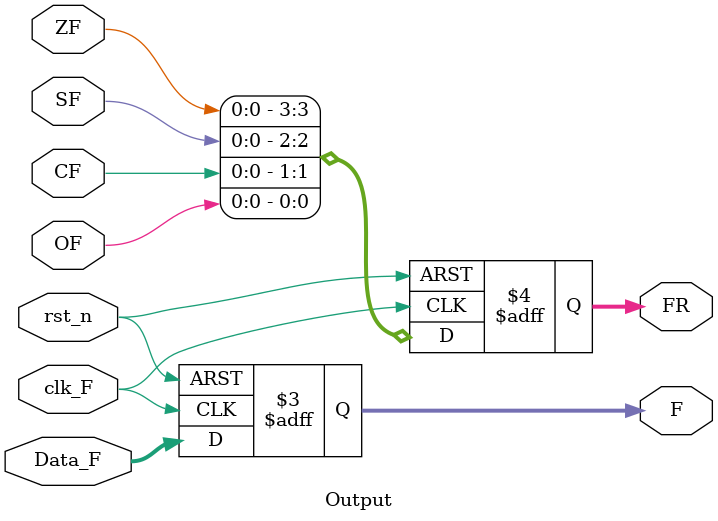
<source format=v>
`timescale 1ns / 1ps


module Muti_ALU(rst_n,clk_en,clk_nt,clk_A,clk_B,clk_F,Data,FR,which,seg,enable);
      input rst_n,clk_nt,clk_A,clk_B,clk_F;
      input clk_en;
	  reg [3:0] ALU_OP;
	  input [32:1] Data;
	  wire [32:1] F;
	  output [4:1]FR;
      output [2:0]which;
      output [7:0]seg;
      output reg enable=1;
	  wire [32:1] A,B;
	  wire ZF,SF,CF,OF;
	  wire [32:1] Data_F;
	  
	  Input IA(rst_n,clk_A,Data,A);
	  Input IB(rst_n,clk_B,Data,B);
	  always @(posedge clk_en)
	   begin
	   ALU_OP={Data[4],Data[3],Data[2],Data[1]};
	   end
	  ALU ALU1(ALU_OP,A,B,Data_F,ZF,SF,CF,OF);
	  Output OUT(rst_n,clk_F,Data_F,ZF,SF,CF,OF,F,FR);
	  //assign F=32'b1111_1111_1111_1111_0000_0001_0001_0010;
	  nixie_tube F5(clk_nt,F,FR,which,seg,enable);
endmodule

module Input(rst_n,clk,Data_In,Data);
    input rst_n,clk;
    input [32:1]Data_In;
    output reg [32:1]Data;
    always @(negedge rst_n or posedge clk)
    begin
    if(!rst_n)
    Data<=32'b0;
    else
    Data<=Data_In;
    end
endmodule

module ALU(ALU_OP,A,B,F,ZF,SF,CF,OF);
	  input  [3:0] ALU_OP;
	  input [32:1] A,B;
	  output reg [32:1] F;
	  output reg ZF,SF,CF,OF;
	  reg C;
   // ÒÆÎ»Êý  ÏÞÖÆÔÚ0µ½31Ö®¼ä srl£¬5Î»×ãÒÔ±íÊ¾32
  wire [5:1] shift_amount = B[5:1];
    always@(*)
    begin
    	C=0;
    	CF=0;
		OF=0;
		ZF=0;
		SF=0;
		case(ALU_OP)
			4'b0000:begin {C,F}=A+B;OF = A[32]^B[32]^F[32]^C;CF = C;end //¼Ó·¨ add
			4'b0001:begin F=A<<B; end //×óÒÆ sll
			4'b0010:begin F=$signed(A)<$signed(B); end //ÓÐ·ûºÅÊý±È½Ï slt
			4'b0011:begin F=A<B; end //ÎÞ·ûºÅÊý±È½Ï sltu
			4'b0100:begin F=A^B; end//Òì»ò xor
			4'b0101:begin F = A >> shift_amount; end //srl  Âß¼­ÓÒÒÆ
			4'b0110:begin F=A|B; end//°´Î»»ò or
			4'b0111:begin F=A&B; end//°´Î»Óë and
			4'b1000:begin {C,F}=A-B;OF = A[32]^B[32]^F[32]^C;CF = ~C; end//¼õ·¨ sub
			4'b1101:begin F=($signed(A))>>>shift_amount;end// ËãÊõÓÒÒÆ  sra  ÓÐ·ûºÅÎ»
		endcase
		ZF = F==0;
		SF = F[32];
   end
endmodule

module Output(rst_n,clk_F,Data_F,ZF,SF,CF,OF,F,FR);
    input rst_n,clk_F;
    input [32:1]Data_F;
    input ZF,SF,CF,OF;
    output reg [32:1] F;
    output reg [4:1] FR;

    always @(negedge rst_n or posedge clk_F)
        begin
            if(!rst_n)
            begin
            F<=32'b0;
            FR<=4'b0;
            end
            else
             begin
             F<=Data_F;
             //FR<=Data_FR
            FR[4]<=ZF;
            FR[3]<=SF;
            FR[2]<=CF;
            FR[1]<=OF;
             end
         end
endmodule
     
</source>
